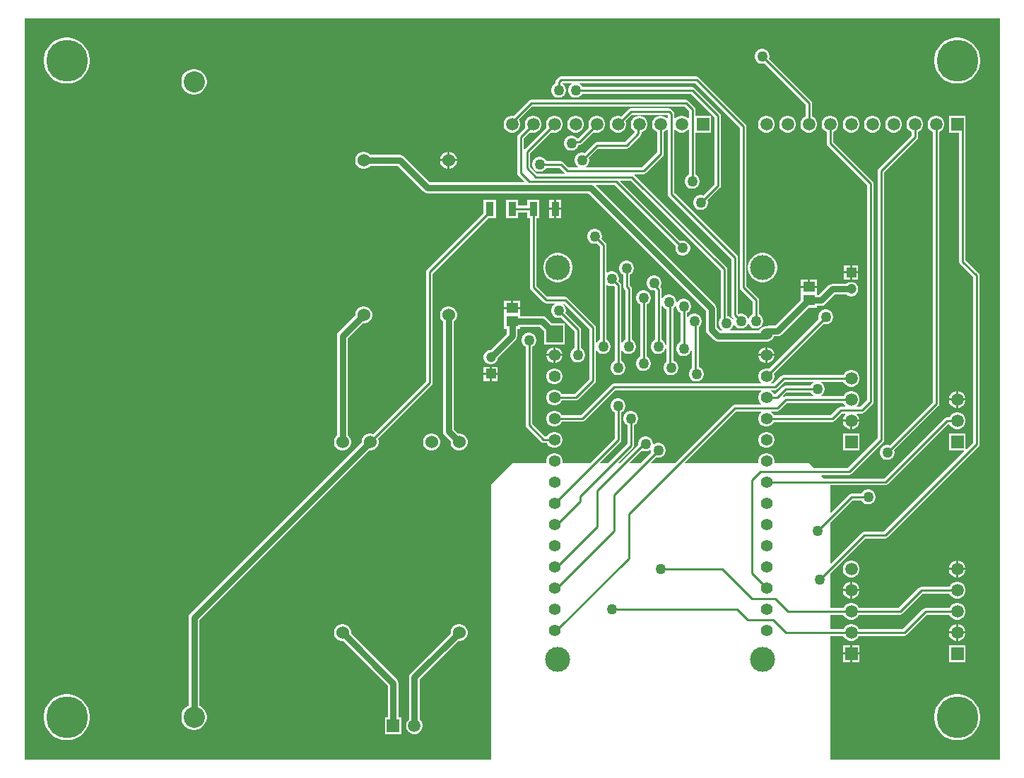
<source format=gtl>
%FSTAX23Y23*%
%MOIN*%
%SFA1B1*%

%IPPOS*%
%ADD13C,0.010000*%
%ADD14R,0.057090X0.051180*%
%ADD15R,0.037640X0.065280*%
%ADD20R,0.047240X0.047240*%
%ADD21C,0.047240*%
%ADD29C,0.030000*%
%ADD30R,0.078740X0.078740*%
%ADD31C,0.055000*%
%ADD32C,0.118110*%
%ADD33C,0.059060*%
%ADD34R,0.059060X0.059060*%
%ADD35R,0.059060X0.059060*%
%ADD36C,0.100000*%
%ADD37C,0.060000*%
%ADD38C,0.050000*%
%ADD39C,0.196850*%
%LNpcb1-1*%
%LPD*%
G36*
X05521Y03579D02*
X05518Y03578D01*
X05511Y03571*
X05508Y03565*
X0539*
X05384Y03564*
X05379Y0356*
X05343Y03525*
X05334*
X0533Y03533*
X05323Y03539*
X05323Y03541*
X05324Y03544*
X0534*
X05345Y03545*
X0535Y03549*
X05386Y03584*
X0552*
X05521Y03579*
G37*
G36*
X05511Y03528D02*
X05518Y03521D01*
X05521Y0352*
X0552Y03515*
X0539*
X05384Y03514*
X0538Y03511*
X05376Y03515*
X05396Y03534*
X05508*
X05511Y03528*
G37*
G36*
X05668Y03475D02*
X05673Y0347D01*
X05671Y03465*
X0565*
X05644Y03464*
X05639Y0346*
X05603Y03425*
X05334*
X0533Y03433*
X05323Y03439*
X05323Y03441*
X05324Y03444*
X0535*
X05355Y03445*
X0536Y03449*
X05396Y03484*
X05663*
X05668Y03475*
G37*
G36*
X04754Y03259D02*
X04755Y03258D01*
Y03255*
X04756Y03248*
X04708Y032*
X04658*
X04656Y03204*
X04711Y0326*
X04716Y03257*
X04725Y03255*
X04734*
X04743Y03257*
X0475Y03261*
X04754Y03259*
G37*
G36*
X064Y018D02*
X056D01*
Y02384*
X05663*
X05668Y02375*
X05675Y02368*
X05684Y02363*
X05694Y0236*
X05705*
X05715Y02363*
X05724Y02368*
X05731Y02375*
X05736Y02384*
X0595*
X05955Y02385*
X0596Y02389*
X06056Y02484*
X06163*
X06168Y02475*
X06175Y02468*
X06184Y02463*
X06194Y0246*
X06205*
X06215Y02463*
X06224Y02468*
X06231Y02475*
X06236Y02484*
X06239Y02494*
Y02505*
X06236Y02515*
X06231Y02524*
X06224Y02531*
X06215Y02536*
X06205Y02539*
X06194*
X06184Y02536*
X06175Y02531*
X06168Y02524*
X06163Y02515*
X0605*
X06044Y02514*
X06039Y0251*
X05943Y02415*
X05736*
X05731Y02424*
X05724Y02431*
X05715Y02436*
X05705Y02439*
X05694*
X05684Y02436*
X05675Y02431*
X05668Y02424*
X05663Y02415*
X056*
Y02484*
X05663*
X05668Y02475*
X05675Y02468*
X05684Y02463*
X05694Y0246*
X05705*
X05715Y02463*
X05724Y02468*
X05731Y02475*
X05736Y02484*
X0593*
X05935Y02485*
X0594Y02489*
X06036Y02584*
X06163*
X06168Y02575*
X06175Y02568*
X06184Y02563*
X06194Y0256*
X06205*
X06215Y02563*
X06224Y02568*
X06231Y02575*
X06236Y02584*
X06239Y02594*
Y02605*
X06236Y02615*
X06231Y02624*
X06224Y02631*
X06215Y02636*
X06205Y02639*
X06194*
X06184Y02636*
X06175Y02631*
X06168Y02624*
X06163Y02615*
X0603*
X06024Y02614*
X06019Y0261*
X05923Y02515*
X05736*
X05731Y02524*
X05724Y02531*
X05715Y02536*
X05705Y02539*
X05694*
X05684Y02536*
X05675Y02531*
X05668Y02524*
X05663Y02515*
X056*
Y02678*
X05766Y02844*
X0586*
X05865Y02845*
X0587Y02849*
X063Y03279*
X06304Y03284*
X06305Y0329*
Y04085*
X06304Y0409*
X063Y04095*
X06239Y04156*
Y04805*
X06239Y04806*
Y04839*
X0616*
Y0476*
X06209*
Y0415*
X0621Y04144*
X06213Y04139*
X06274Y04078*
Y03296*
X06244Y03265*
X06239Y03267*
Y03339*
X0616*
Y0326*
X06232*
X06234Y03255*
X05853Y02875*
X0576*
X05754Y02874*
X05749Y0287*
X05604Y02726*
X056Y02728*
Y02918*
X05706Y03024*
X05748*
X05751Y03018*
X05758Y03011*
X05766Y03007*
X05775Y03005*
X05784*
X05793Y03007*
X05801Y03011*
X05808Y03018*
X05812Y03026*
X05815Y03035*
Y03044*
X05812Y03053*
X05808Y03061*
X05801Y03068*
X05793Y03072*
X05784Y03075*
X05775*
X05766Y03072*
X05758Y03068*
X05751Y03061*
X05748Y03055*
X057*
X05694Y03054*
X05689Y0305*
X05604Y02966*
X056Y02968*
Y03095*
X0586*
X05866Y03096*
X05871Y031*
X06156Y03384*
X06163*
X06168Y03375*
X06175Y03368*
X06184Y03363*
X06194Y0336*
X06205*
X06215Y03363*
X06224Y03368*
X06231Y03375*
X06236Y03384*
X06239Y03394*
Y03405*
X06236Y03415*
X06231Y03424*
X06224Y03431*
X06215Y03436*
X06205Y03439*
X06194*
X06184Y03436*
X06175Y03431*
X06168Y03424*
X06163Y03415*
X0615*
X06144Y03414*
X06139Y0341*
X05854Y03126*
X05573*
X05559Y0314*
X05561Y03144*
X0569*
X05695Y03145*
X057Y03149*
X0585Y03299*
X05854Y03304*
X05855Y0331*
Y04573*
X0601Y04729*
X06014Y04734*
X06015Y0474*
Y04763*
X06024Y04768*
X06031Y04775*
X06036Y04784*
X06039Y04794*
Y04805*
X06036Y04815*
X06031Y04824*
X06024Y04831*
X06015Y04836*
X06005Y04839*
X05994*
X05984Y04836*
X05975Y04831*
X05968Y04824*
X05963Y04815*
X0596Y04805*
Y04794*
X05963Y04784*
X05968Y04775*
X05975Y04768*
X05984Y04763*
Y04746*
X05829Y0459*
X05825Y04585*
X05824Y0458*
Y03316*
X05683Y03175*
X05524*
X055Y032*
X0534*
X05337Y03203*
X05337Y03205*
Y03214*
X05334Y03224*
X0533Y03233*
X05323Y0324*
X05314Y03244*
X05304Y03247*
X05295*
X05285Y03244*
X05276Y0324*
X05269Y03233*
X05265Y03224*
X05262Y03214*
Y03205*
X05262Y03203*
X05259Y032*
X04918*
X04916Y03204*
X05156Y03444*
X05275*
X05276Y03441*
X05276Y03439*
X05269Y03433*
X05265Y03424*
X05262Y03414*
Y03405*
X05265Y03395*
X05269Y03386*
X05276Y03379*
X05285Y03375*
X05295Y03372*
X05304*
X05314Y03375*
X05323Y03379*
X0533Y03386*
X05334Y03394*
X0561*
X05615Y03395*
X0562Y03399*
X05656Y03434*
X05671*
X05673Y03429*
X05668Y03424*
X05663Y03415*
X0566Y03405*
Y03405*
X057*
X05739*
Y03405*
X05736Y03415*
X05731Y03424*
X05726Y03429*
X05728Y03434*
X0575*
X05755Y03435*
X0576Y03439*
X058Y03479*
X05804Y03484*
X05805Y0349*
Y0452*
X05804Y04525*
X058Y0453*
X05615Y04716*
Y04763*
X05624Y04768*
X05631Y04775*
X05636Y04784*
X05639Y04794*
Y04805*
X05636Y04815*
X05631Y04824*
X05624Y04831*
X05615Y04836*
X05605Y04839*
X05594*
X05584Y04836*
X05575Y04831*
X05568Y04824*
X05563Y04815*
X0556Y04805*
Y04794*
X05563Y04784*
X05568Y04775*
X05575Y04768*
X05584Y04763*
Y0471*
X05585Y04704*
X05589Y04699*
X05774Y04513*
Y03496*
X05743Y03465*
X05728*
X05726Y0347*
X05731Y03475*
X05736Y03484*
X05739Y03494*
Y03505*
X05736Y03515*
X05731Y03524*
X05724Y03531*
X05715Y03536*
X05705Y03539*
X05694*
X05684Y03536*
X05675Y03531*
X05668Y03524*
X05663Y03515*
X05559*
X05558Y0352*
X05561Y03521*
X05568Y03528*
X05572Y03536*
X05575Y03545*
Y03554*
X05572Y03563*
X05568Y03571*
X05561Y03578*
X05558Y03579*
X05559Y03584*
X05663*
X05668Y03575*
X05675Y03568*
X05684Y03563*
X05694Y0356*
X05705*
X05715Y03563*
X05724Y03568*
X05731Y03575*
X05736Y03584*
X05739Y03594*
Y03605*
X05736Y03615*
X05731Y03624*
X05724Y03631*
X05715Y03636*
X05705Y03639*
X05694*
X05684Y03636*
X05675Y03631*
X05668Y03624*
X05663Y03615*
X0538*
X05374Y03614*
X05369Y0361*
X05333Y03575*
X05324*
X05323Y03578*
X05323Y0358*
X0533Y03586*
X05334Y03595*
X05337Y03605*
Y03614*
X05335Y03623*
X05568Y03856*
X05575Y03855*
X05584*
X05593Y03857*
X05601Y03861*
X05608Y03868*
X05612Y03876*
X05615Y03885*
Y03894*
X05612Y03903*
X05608Y03911*
X05601Y03918*
X05593Y03922*
X05584Y03925*
X05575*
X05566Y03922*
X05558Y03918*
X05551Y03911*
X05547Y03903*
X05545Y03894*
Y03885*
X05546Y03878*
X05313Y03645*
X05304Y03647*
X05295*
X05285Y03644*
X05276Y0364*
X05269Y03633*
X05265Y03624*
X05262Y03614*
Y03605*
X05265Y03595*
X05269Y03586*
X05276Y0358*
X05276Y03578*
X05275Y03575*
X0458*
X04574Y03574*
X04569Y0357*
X04424Y03426*
X04333*
X0433Y03433*
X04323Y0344*
X04314Y03444*
X04304Y03447*
X04295*
X04285Y03444*
X04276Y0344*
X04269Y03433*
X04265Y03424*
X04262Y03414*
Y03405*
X04265Y03395*
X04269Y03386*
X04276Y03379*
X04285Y03375*
X04295Y03372*
X04304*
X04314Y03375*
X04323Y03379*
X0433Y03386*
X04334Y03395*
X04334*
X0443*
X04436Y03396*
X04441Y034*
X04586Y03544*
X05275*
X05276Y03541*
X05276Y03539*
X05269Y03533*
X05265Y03524*
X05262Y03514*
Y03505*
X05265Y03495*
X05269Y03486*
X05276Y0348*
X05276Y03478*
X05275Y03475*
X0515*
X05144Y03474*
X05139Y0347*
X04868Y032*
X04758*
X04756Y03204*
X04778Y03226*
X04785Y03225*
X04794*
X04803Y03227*
X04811Y03231*
X04818Y03238*
X04822Y03246*
X04825Y03255*
Y03264*
X04822Y03273*
X04818Y03281*
X04811Y03288*
X04803Y03292*
X04794Y03295*
X04785*
X04776Y03292*
X0477Y03288*
X04765Y0329*
X04765Y03291*
Y03294*
X04762Y03303*
X04758Y03311*
X04751Y03318*
X04743Y03322*
X04734Y03325*
X04725*
X04716Y03322*
X04708Y03318*
X04701Y03311*
X04697Y03303*
X04695Y03294*
Y03286*
X04608Y032*
X04603*
X04601Y03204*
X0467Y03273*
X04674Y03278*
X04675Y03284*
Y03378*
X04681Y03381*
X04688Y03388*
X04692Y03396*
X04695Y03405*
Y03414*
X04692Y03423*
X04688Y03431*
X04681Y03438*
X04673Y03442*
X04664Y03445*
X04655*
X04646Y03442*
X04638Y03438*
X04631Y03431*
X04627Y03423*
X04625Y03414*
Y03405*
X04627Y03396*
X04631Y03388*
X04638Y03381*
X04644Y03378*
Y0329*
X04553Y032*
X04517*
X04515Y03204*
X0461Y033*
X04614Y03304*
X04615Y0331*
Y03438*
X04621Y03441*
X04628Y03448*
X04632Y03456*
X04635Y03465*
Y03474*
X04632Y03483*
X04628Y03491*
X04621Y03498*
X04613Y03502*
X04604Y03505*
X04595*
X04586Y03502*
X04578Y03498*
X04571Y03491*
X04567Y03483*
X04565Y03474*
Y03465*
X04567Y03456*
X04571Y03448*
X04578Y03441*
X04584Y03438*
Y03317*
X04467Y032*
X0434*
X04337Y03203*
X04337Y03205*
Y03214*
X04334Y03224*
X0433Y03233*
X04323Y0324*
X04314Y03244*
X04304Y03247*
X04295*
X04285Y03244*
X04276Y0324*
X04269Y03233*
X04265Y03224*
X04262Y03214*
Y03205*
X04262Y03203*
X04259Y032*
X041*
X04Y031*
Y018*
X018*
Y053*
X064*
Y018*
G37*
%LNpcb1-2*%
%LPC*%
G36*
X06208Y05208D02*
X06191D01*
X06174Y05205*
X06158Y052*
X06143Y05192*
X06129Y05182*
X06117Y0517*
X06107Y05156*
X06099Y05141*
X06094Y05125*
X06091Y05108*
Y05091*
X06094Y05074*
X06099Y05058*
X06107Y05043*
X06117Y05029*
X06129Y05017*
X06143Y05007*
X06158Y04999*
X06174Y04994*
X06191Y04991*
X06208*
X06225Y04994*
X06241Y04999*
X06256Y05007*
X0627Y05017*
X06282Y05029*
X06292Y05043*
X063Y05058*
X06305Y05074*
X06308Y05091*
Y05108*
X06305Y05125*
X063Y05141*
X06292Y05156*
X06282Y0517*
X0627Y05182*
X06256Y05192*
X06241Y052*
X06225Y05205*
X06208Y05208*
G37*
G36*
X02008D02*
X01991D01*
X01974Y05205*
X01958Y052*
X01943Y05192*
X01929Y05182*
X01917Y0517*
X01907Y05156*
X01899Y05141*
X01894Y05125*
X01891Y05108*
Y05091*
X01894Y05074*
X01899Y05058*
X01907Y05043*
X01917Y05029*
X01929Y05017*
X01943Y05007*
X01958Y04999*
X01974Y04994*
X01991Y04991*
X02008*
X02025Y04994*
X02041Y04999*
X02056Y05007*
X0207Y05017*
X02082Y05029*
X02092Y05043*
X021Y05058*
X02105Y05074*
X02108Y05091*
Y05108*
X02105Y05125*
X021Y05141*
X02092Y05156*
X02082Y0517*
X0207Y05182*
X02056Y05192*
X02041Y052*
X02025Y05205*
X02008Y05208*
G37*
G36*
X02605Y0506D02*
X02594D01*
X02582Y05057*
X02571Y05053*
X02561Y05046*
X02553Y05038*
X02546Y05028*
X02542Y05017*
X0254Y05005*
Y04994*
X02542Y04982*
X02546Y04971*
X02553Y04961*
X02561Y04953*
X02571Y04946*
X02582Y04942*
X02594Y0494*
X02605*
X02617Y04942*
X02628Y04946*
X02638Y04953*
X02646Y04961*
X02653Y04971*
X02657Y04982*
X0266Y04994*
Y05005*
X02657Y05017*
X02653Y05028*
X02646Y05038*
X02638Y05046*
X02628Y05053*
X02617Y05057*
X02605Y0506*
G37*
G36*
X05905Y04839D02*
X05894D01*
X05884Y04836*
X05875Y04831*
X05868Y04824*
X05863Y04815*
X0586Y04805*
Y04794*
X05863Y04784*
X05868Y04775*
X05875Y04768*
X05884Y04763*
X05894Y0476*
X05905*
X05915Y04763*
X05924Y04768*
X05931Y04775*
X05936Y04784*
X05939Y04794*
Y04805*
X05936Y04815*
X05931Y04824*
X05924Y04831*
X05915Y04836*
X05905Y04839*
G37*
G36*
X05805D02*
X05794D01*
X05784Y04836*
X05775Y04831*
X05768Y04824*
X05763Y04815*
X0576Y04805*
Y04794*
X05763Y04784*
X05768Y04775*
X05775Y04768*
X05784Y04763*
X05794Y0476*
X05805*
X05815Y04763*
X05824Y04768*
X05831Y04775*
X05836Y04784*
X05839Y04794*
Y04805*
X05836Y04815*
X05831Y04824*
X05824Y04831*
X05815Y04836*
X05805Y04839*
G37*
G36*
X05705D02*
X05694D01*
X05684Y04836*
X05675Y04831*
X05668Y04824*
X05663Y04815*
X0566Y04805*
Y04794*
X05663Y04784*
X05668Y04775*
X05675Y04768*
X05684Y04763*
X05694Y0476*
X05705*
X05715Y04763*
X05724Y04768*
X05731Y04775*
X05736Y04784*
X05739Y04794*
Y04805*
X05736Y04815*
X05731Y04824*
X05724Y04831*
X05715Y04836*
X05705Y04839*
G37*
G36*
X05284Y05155D02*
X05275D01*
X05266Y05152*
X05258Y05148*
X05251Y05141*
X05247Y05133*
X05245Y05124*
Y05115*
X05247Y05106*
X05251Y05098*
X05258Y05091*
X05266Y05087*
X05275Y05085*
X05284*
X05291Y05086*
X05484Y04893*
Y04836*
X05475Y04831*
X05468Y04824*
X05463Y04815*
X0546Y04805*
Y04794*
X05463Y04784*
X05468Y04775*
X05475Y04768*
X05484Y04763*
X05494Y0476*
X05505*
X05515Y04763*
X05524Y04768*
X05531Y04775*
X05536Y04784*
X05539Y04794*
Y04805*
X05536Y04815*
X05531Y04824*
X05524Y04831*
X05515Y04836*
Y049*
X05514Y04905*
X0551Y0491*
X05313Y05108*
X05315Y05115*
Y05124*
X05312Y05133*
X05308Y05141*
X05301Y05148*
X05293Y05152*
X05284Y05155*
G37*
G36*
X05405Y04839D02*
X05394D01*
X05384Y04836*
X05375Y04831*
X05368Y04824*
X05363Y04815*
X0536Y04805*
Y04794*
X05363Y04784*
X05368Y04775*
X05375Y04768*
X05384Y04763*
X05394Y0476*
X05405*
X05415Y04763*
X05424Y04768*
X05431Y04775*
X05436Y04784*
X05439Y04794*
Y04805*
X05436Y04815*
X05431Y04824*
X05424Y04831*
X05415Y04836*
X05405Y04839*
G37*
G36*
X05305D02*
X05294D01*
X05284Y04836*
X05275Y04831*
X05268Y04824*
X05263Y04815*
X0526Y04805*
Y04794*
X05263Y04784*
X05268Y04775*
X05275Y04768*
X05284Y04763*
X05294Y0476*
X05305*
X05315Y04763*
X05324Y04768*
X05331Y04775*
X05336Y04784*
X05339Y04794*
Y04805*
X05336Y04815*
X05331Y04824*
X05324Y04831*
X05315Y04836*
X05305Y04839*
G37*
G36*
X04505D02*
X04494D01*
X04484Y04836*
X04475Y04831*
X04468Y04824*
X04463Y04815*
X0446Y04805*
Y04794*
X04463Y04784*
X04411Y04732*
X04406*
X04401Y04738*
X04393Y04742*
X04384Y04745*
X04375*
X04366Y04742*
X04358Y04738*
X04351Y04731*
X04347Y04723*
X04345Y04714*
Y04705*
X04347Y04696*
X04351Y04688*
X04358Y04681*
X04366Y04677*
X04375Y04675*
X04384*
X04393Y04677*
X04401Y04681*
X04408Y04688*
X04412Y04696*
X04414Y04702*
X04417*
X04423Y04703*
X04428Y04706*
X04484Y04763*
X04494Y0476*
X04505*
X04515Y04763*
X04524Y04768*
X04531Y04775*
X04536Y04784*
X04539Y04794*
Y04805*
X04536Y04815*
X04531Y04824*
X04524Y04831*
X04515Y04836*
X04505Y04839*
G37*
G36*
X04405D02*
X04394D01*
X04384Y04836*
X04375Y04831*
X04368Y04824*
X04363Y04815*
X0436Y04805*
Y04794*
X04363Y04784*
X04368Y04775*
X04375Y04768*
X04384Y04763*
X04394Y0476*
X04405*
X04415Y04763*
X04424Y04768*
X04431Y04775*
X04436Y04784*
X04439Y04794*
Y04805*
X04436Y04815*
X04431Y04824*
X04424Y04831*
X04415Y04836*
X04405Y04839*
G37*
G36*
X03805Y0467D02*
X03805D01*
Y04635*
X0384*
Y04635*
X03837Y04645*
X03832Y04654*
X03824Y04662*
X03815Y04667*
X03805Y0467*
G37*
G36*
X03795D02*
X03794D01*
X03784Y04667*
X03775Y04662*
X03767Y04654*
X03762Y04645*
X0376Y04635*
Y04635*
X03795*
Y0467*
G37*
G36*
X0384Y04625D02*
X03805D01*
Y0459*
X03805*
X03815Y04592*
X03824Y04597*
X03832Y04605*
X03837Y04614*
X0384Y04624*
Y04625*
G37*
G36*
X03795D02*
X0376D01*
Y04624*
X03762Y04614*
X03767Y04605*
X03775Y04597*
X03784Y04592*
X03794Y0459*
X03795*
Y04625*
G37*
G36*
X0497Y05025D02*
X0433D01*
X04324Y05024*
X04319Y0502*
X04309Y0501*
X04305Y05005*
X04304Y05*
Y04991*
X04298Y04988*
X04291Y04981*
X04287Y04973*
X04285Y04964*
Y04955*
X04287Y04946*
X04291Y04938*
X04298Y04931*
X04306Y04927*
X04315Y04925*
X04324*
X04333Y04927*
X04341Y04931*
X04348Y04938*
X04352Y04946*
X04355Y04955*
Y04964*
X04352Y04973*
X04348Y04981*
X04341Y04988*
X04338Y04989*
X04339Y04994*
X0438*
X04381Y04989*
X04378Y04988*
X04371Y04981*
X04367Y04973*
X04365Y04964*
Y04955*
X04367Y04946*
X04371Y04938*
X04378Y04931*
X04386Y04927*
X04395Y04925*
X04404*
X04413Y04927*
X04421Y04931*
X04428Y04938*
X04431Y04944*
X04943*
X05054Y04833*
Y04516*
X05001Y04463*
X04994Y04465*
X04985*
X04976Y04462*
X04968Y04458*
X04961Y04451*
X04957Y04443*
X04955Y04434*
Y04425*
X04957Y04416*
X04961Y04408*
X04968Y04401*
X04976Y04397*
X04985Y04395*
X04994*
X05003Y04397*
X05011Y04401*
X05018Y04408*
X05022Y04416*
X05025Y04425*
Y04434*
X05023Y04441*
X0508Y04499*
X05084Y04504*
X05085Y0451*
Y0484*
X05084Y04845*
X0508Y0485*
X0496Y0497*
X04955Y04974*
X0495Y04975*
X04431*
X04428Y04981*
X04421Y04988*
X04418Y04989*
X04419Y04994*
X04963*
X05174Y04783*
Y0403*
X05175Y04024*
X05179Y04019*
X05234Y03963*
Y03901*
X05228Y03898*
X05221Y03891*
X05217Y03883*
X05215Y03883*
X05212Y03883*
X05208Y03891*
X05201Y03898*
X05193Y03902*
X05184Y03905*
X05175*
X05169Y03903*
X05165Y03906*
Y0417*
X05164Y04176*
X0516Y04181*
X04865Y04476*
Y04771*
X0487Y04773*
X04875Y04768*
X04884Y04763*
X04894Y0476*
X04905*
X04915Y04763*
X04924Y04768*
X04929Y04773*
X04934Y04771*
Y04561*
X04928Y04558*
X04921Y04551*
X04917Y04543*
X04915Y04534*
Y04525*
X04917Y04516*
X04921Y04508*
X04928Y04501*
X04936Y04497*
X04945Y04495*
X04954*
X04963Y04497*
X04971Y04501*
X04978Y04508*
X04982Y04516*
X04985Y04525*
Y04534*
X04982Y04543*
X04978Y04551*
X04971Y04558*
X04965Y04561*
Y0476*
X05039*
Y04839*
X04965*
Y0487*
X04964Y04875*
X0496Y0488*
X0493Y0491*
X04925Y04914*
X0492Y04915*
X0419*
X04184Y04914*
X04179Y0491*
X04107Y04838*
X04105Y04839*
X04094*
X04084Y04836*
X04075Y04831*
X04068Y04824*
X04063Y04815*
X0406Y04805*
Y04794*
X04063Y04784*
X04068Y04775*
X04075Y04768*
X04084Y04763*
X04094Y0476*
X04105*
X04115Y04763*
X04124Y04768*
X04131Y04775*
X04136Y04784*
X04139Y04794*
Y04805*
X04136Y04815*
X04133Y04821*
X04196Y04884*
X04913*
X04934Y04863*
Y04828*
X04929Y04826*
X04924Y04831*
X04915Y04836*
X04905Y04839*
X04894*
X04884Y04836*
X04875Y04831*
X0487Y04826*
X04865Y04828*
Y0485*
X04864Y04855*
X0486Y0486*
X0485Y0487*
X04845Y04874*
X0484Y04875*
X0466*
X04654Y04874*
X04649Y0487*
X04615Y04836*
X04605Y04839*
X04594*
X04584Y04836*
X04575Y04831*
X04568Y04824*
X04563Y04815*
X0456Y04805*
Y04794*
X04563Y04784*
X04568Y04775*
X04575Y04768*
X04584Y04763*
X04594Y0476*
X04605*
X04615Y04763*
X04624Y04768*
X04631Y04775*
X04636Y04784*
X04639Y04794*
Y04805*
X04636Y04815*
X04666Y04844*
X04833*
X04834Y04843*
Y04828*
X04829Y04826*
X04824Y04831*
X04815Y04836*
X04805Y04839*
X04794*
X04784Y04836*
X04775Y04831*
X04768Y04824*
X04763Y04815*
X0476Y04805*
Y04794*
X04763Y04784*
X04768Y04775*
X04775Y04768*
X04784Y04763*
Y04666*
X04713Y04595*
X04449*
X04448Y046*
X04451Y04601*
X04458Y04608*
X04462Y04616*
X04465Y04625*
Y04634*
X04463Y04641*
X04506Y04684*
X0464*
X04645Y04685*
X0465Y04689*
X04706Y04744*
X04709Y04749*
X0471Y04755*
Y04761*
X04715Y04763*
X04724Y04768*
X04731Y04775*
X04736Y04784*
X04739Y04794*
Y04805*
X04736Y04815*
X04731Y04824*
X04724Y04831*
X04715Y04836*
X04705Y04839*
X04694*
X04684Y04836*
X04675Y04831*
X04668Y04824*
X04663Y04815*
X0466Y04805*
Y04794*
X04663Y04784*
X04668Y04775*
X04675Y04768*
X04679Y04766*
X04679Y04761*
X04633Y04715*
X045*
X04494Y04714*
X04489Y0471*
X04441Y04663*
X04434Y04665*
X04425*
X04416Y04662*
X04408Y04658*
X04401Y04651*
X04397Y04643*
X04395Y04634*
Y04625*
X04397Y04616*
X04401Y04608*
X04408Y04601*
X04411Y046*
X0441Y04595*
X04366*
X0434Y0462*
X04335Y04624*
X0433Y04625*
X04261*
X04258Y04631*
X04251Y04638*
X04243Y04642*
X04234Y04645*
X04225*
X04216Y04642*
X04208Y04638*
X04201Y04631*
X04197Y04623*
X04195Y04614*
Y04605*
X04197Y04596*
X04201Y04588*
X04208Y04581*
X04216Y04577*
X04225Y04575*
X04234*
X04243Y04577*
X04251Y04581*
X04258Y04588*
X04261Y04594*
X04323*
X04348Y0457*
X04346Y04565*
X04346Y04565*
X04218*
X04185Y04598*
Y04663*
X04284Y04763*
X04294Y0476*
X04305*
X04315Y04763*
X04324Y04768*
X04331Y04775*
X04336Y04784*
X04339Y04794*
Y04805*
X04336Y04815*
X04331Y04824*
X04324Y04831*
X04315Y04836*
X04305Y04839*
X04294*
X04284Y04836*
X04275Y04831*
X04268Y04824*
X04263Y04815*
X0426Y04805*
Y04794*
X04263Y04784*
X0416Y04681*
X04155Y04683*
X04155Y04683*
Y04733*
X04184Y04763*
X04194Y0476*
X04205*
X04215Y04763*
X04224Y04768*
X04231Y04775*
X04236Y04784*
X04239Y04794*
Y04805*
X04236Y04815*
X04231Y04824*
X04224Y04831*
X04215Y04836*
X04205Y04839*
X04194*
X04184Y04836*
X04175Y04831*
X04168Y04824*
X04163Y04815*
X0416Y04805*
Y04794*
X04163Y04784*
X04129Y0475*
X04125Y04745*
X04124Y0474*
Y0457*
X04125Y04564*
X04129Y04559*
X04158Y0453*
X04156Y04525*
X0371*
X03588Y04648*
X03579Y04653*
X0357Y04655*
X03431*
X03424Y04662*
X03415Y04667*
X03405Y0467*
X03394*
X03384Y04667*
X03375Y04662*
X03367Y04654*
X03362Y04645*
X0336Y04635*
Y04624*
X03362Y04614*
X03367Y04605*
X03375Y04597*
X03384Y04592*
X03394Y0459*
X03405*
X03415Y04592*
X03424Y04597*
X03431Y04604*
X03559*
X03681Y04481*
X0369Y04476*
X037Y04474*
X04459*
X05014Y03919*
Y0383*
X05016Y0382*
X05021Y03811*
X05051Y03781*
X0506Y03776*
X0507Y03774*
X05287*
X05295Y03772*
X05304*
X05314Y03775*
X05323Y03779*
X0533Y03786*
X05334Y03795*
X05335Y03798*
X05352*
X05362Y038*
X0537Y03805*
X05497Y03932*
X05538*
Y03943*
X05557*
X05567Y03944*
X05575Y0395*
X0562Y03995*
X05677*
X05679Y03994*
X05687Y03989*
X05695Y03987*
X05704*
X05712Y03989*
X0572Y03994*
X05726Y04*
X05731Y04008*
X05733Y04016*
Y04025*
X05731Y04034*
X05726Y04041*
X0572Y04048*
X05712Y04052*
X05704Y04054*
X05695*
X05687Y04052*
X05679Y04048*
X05677Y04046*
X0561*
X056Y04044*
X05592Y04039*
X05546Y03993*
X05538*
Y04026*
X05461*
Y03995*
Y03968*
X05341Y03849*
X05313*
X05303Y03847*
X05303Y03847*
X05295*
X05285Y03844*
X05276Y0384*
X05269Y03833*
X05265Y03825*
X05131*
X05129Y0383*
X05131Y03831*
X05138Y03838*
X05142Y03846*
X05144Y03851*
X05149Y03852*
X05151Y03848*
X05158Y03841*
X05166Y03837*
X05175Y03835*
X05184*
X05193Y03837*
X05201Y03841*
X05208Y03848*
X05212Y03856*
X05215Y03856*
X05217Y03856*
X05221Y03848*
X05228Y03841*
X05236Y03837*
X05245Y03835*
X05254*
X05263Y03837*
X05271Y03841*
X05278Y03848*
X05282Y03856*
X05285Y03865*
Y03874*
X05282Y03883*
X05278Y03891*
X05271Y03898*
X05265Y03901*
Y0397*
X05264Y03975*
X0526Y0398*
X05205Y04036*
Y0479*
X05204Y04795*
X052Y048*
X0498Y0502*
X04975Y05024*
X0497Y05025*
G37*
G36*
X04228Y04442D02*
X04171D01*
Y04415*
X04128*
Y04442*
X04071*
Y04357*
X04128*
Y04384*
X04171*
Y04357*
X04184*
Y0403*
X04185Y04024*
X04189Y04019*
X04249Y03959*
X04254Y03955*
X0426Y03954*
X043*
X04301Y03949*
X04298Y03948*
X04291Y03941*
X04287Y03933*
X04285Y03924*
Y03915*
X04287Y03906*
X04291Y03898*
X04298Y03891*
X04306Y03887*
X04315Y03885*
X04324*
X04331Y03886*
X04394Y03823*
Y03741*
X04388Y03738*
X04381Y03731*
X04377Y03723*
X04375Y03714*
Y03705*
X04377Y03696*
X04381Y03688*
X04388Y03681*
X04396Y03677*
X04405Y03675*
X04414*
X04423Y03677*
X04431Y03681*
X04438Y03688*
X04442Y03696*
X04445Y03705*
Y03714*
X04442Y03723*
X04438Y03731*
X04431Y03738*
X04425Y03741*
Y0383*
X04424Y03835*
X0442Y0384*
X04353Y03908*
X04355Y03915*
Y03924*
X04352Y03933*
X04348Y03941*
X04341Y03948*
X04341Y03948*
X04342Y03953*
X04344Y03953*
X04464Y03833*
Y03596*
X04394Y03526*
X04333*
X0433Y03533*
X04323Y0354*
X04314Y03544*
X04304Y03547*
X04295*
X04285Y03544*
X04276Y0354*
X04269Y03533*
X04265Y03524*
X04262Y03514*
Y03505*
X04265Y03495*
X04269Y03486*
X04276Y03479*
X04285Y03475*
X04295Y03472*
X04304*
X04314Y03475*
X04323Y03479*
X0433Y03486*
X04334Y03495*
X04334*
X044*
X04406Y03496*
X04411Y035*
X0449Y03579*
X04494Y03584*
X04495Y0359*
Y0373*
X045Y03731*
X04501Y03728*
X04508Y03721*
X04516Y03717*
X04525Y03715*
X04534*
X04543Y03717*
X04551Y03721*
X04558Y03728*
X04562Y03736*
X04565Y03745*
Y03754*
X04562Y03763*
X04558Y03771*
X04551Y03778*
X04545Y03781*
Y04038*
X0455Y0404*
X04556Y04037*
X04565Y04035*
X04574*
X0458Y04036*
X04584Y04033*
Y03681*
X04578Y03678*
X04571Y03671*
X04567Y03663*
X04565Y03654*
Y03645*
X04567Y03636*
X04571Y03628*
X04578Y03621*
X04586Y03617*
X04595Y03615*
X04604*
X04613Y03617*
X04621Y03621*
X04628Y03628*
X04632Y03636*
X04635Y03645*
Y03654*
X04632Y03663*
X04628Y03671*
X04621Y03678*
X04615Y03681*
Y0373*
X0462Y03731*
X04621Y03728*
X04628Y03721*
X04636Y03717*
X04645Y03715*
X04654*
X04663Y03717*
X04671Y03721*
X04678Y03728*
X04682Y03736*
X04685Y03745*
Y03754*
X04682Y03763*
X04678Y03771*
X04671Y03778*
X04665Y03781*
Y04024*
X04664Y04029*
X0466Y04034*
X04655Y0404*
Y04088*
X04661Y04091*
X04668Y04098*
X04672Y04106*
X04675Y04115*
Y04124*
X04672Y04133*
X04668Y04141*
X04661Y04148*
X04653Y04152*
X04644Y04155*
X04635*
X04626Y04152*
X04618Y04148*
X04611Y04141*
X04607Y04133*
X04605Y04124*
Y04115*
X04607Y04106*
X04611Y04098*
X04618Y04091*
X04624Y04088*
Y04034*
X04625Y04028*
X04629Y04023*
X04634Y04017*
Y03781*
X04628Y03778*
X04621Y03771*
X0462Y03768*
X04615Y03769*
Y0404*
X04614Y04045*
X0461Y0405*
X04603Y04058*
X04605Y04065*
Y04074*
X04602Y04083*
X04598Y04091*
X04591Y04098*
X04583Y04102*
X04574Y04105*
X04565*
X04556Y04102*
X0455Y04099*
X04545Y04101*
Y0423*
X04544Y04235*
X0454Y0424*
X04523Y04258*
X04525Y04265*
Y04274*
X04522Y04283*
X04518Y04291*
X04511Y04298*
X04503Y04302*
X04494Y04305*
X04485*
X04476Y04302*
X04468Y04298*
X04461Y04291*
X04457Y04283*
X04455Y04274*
Y04265*
X04457Y04256*
X04461Y04248*
X04468Y04241*
X04476Y04237*
X04485Y04235*
X04494*
X04501Y04236*
X04514Y04223*
Y03781*
X04508Y03778*
X04501Y03771*
X045Y03768*
X04495Y03769*
Y0384*
X04494Y03845*
X0449Y0385*
X0436Y0398*
X04355Y03984*
X0435Y03985*
X04266*
X04215Y04036*
Y04357*
X04228*
Y04442*
G37*
G36*
X04333D02*
X04309D01*
Y04405*
X04333*
Y04442*
G37*
G36*
X04299D02*
X04275D01*
Y04405*
X04299*
Y04442*
G37*
G36*
X04333Y04395D02*
X04309D01*
Y04357*
X04333*
Y04395*
G37*
G36*
X04299D02*
X04275D01*
Y04357*
X04299*
Y04395*
G37*
G36*
X05733Y04133D02*
X05705D01*
Y04105*
X05733*
Y04133*
G37*
G36*
X05695D02*
X05666D01*
Y04105*
X05695*
Y04133*
G37*
G36*
X05733Y04095D02*
X05705D01*
Y04066*
X05733*
Y04095*
G37*
G36*
X05695D02*
X05666D01*
Y04066*
X05695*
Y04095*
G37*
G36*
X05288Y04192D02*
X05274D01*
X05261Y04189*
X05248Y04184*
X05237Y04177*
X05227Y04167*
X0522Y04156*
X05215Y04143*
X05212Y0413*
Y04116*
X05215Y04103*
X0522Y0409*
X05227Y04079*
X05237Y04069*
X05248Y04062*
X05261Y04056*
X05274Y04054*
X05288*
X05301Y04056*
X05314Y04062*
X05325Y04069*
X05335Y04079*
X05342Y0409*
X05347Y04103*
X0535Y04116*
Y0413*
X05347Y04143*
X05342Y04156*
X05335Y04167*
X05325Y04177*
X05314Y04184*
X05301Y04189*
X05288Y04192*
G37*
G36*
X04323D02*
X04309D01*
X04296Y04189*
X04283Y04184*
X04272Y04177*
X04262Y04167*
X04255Y04156*
X0425Y04143*
X04247Y0413*
Y04116*
X0425Y04103*
X04255Y0409*
X04262Y04079*
X04272Y04069*
X04283Y04062*
X04296Y04056*
X04309Y04054*
X04323*
X04336Y04056*
X04349Y04062*
X0436Y04069*
X0437Y04079*
X04377Y0409*
X04382Y04103*
X04385Y04116*
Y0413*
X04382Y04143*
X04377Y04156*
X0437Y04167*
X0436Y04177*
X04349Y04184*
X04336Y04189*
X04323Y04192*
G37*
G36*
X05538Y04067D02*
X05505D01*
Y04036*
X05538*
Y04067*
G37*
G36*
X05495D02*
X05461D01*
Y04036*
X05495*
Y04067*
G37*
G36*
X04138Y03967D02*
X04105D01*
Y03936*
X04138*
Y03967*
G37*
G36*
X04095D02*
X04061D01*
Y03936*
X04095*
Y03967*
G37*
G36*
X04138Y03926D02*
X04061D01*
Y03895*
Y03832*
X04074*
Y0381*
X03997Y03733*
X03995*
X03987Y03731*
X03979Y03726*
X03973Y0372*
X03968Y03712*
X03966Y03704*
Y03695*
X03968Y03687*
X03973Y03679*
X03979Y03673*
X03987Y03668*
X03995Y03666*
X04004*
X04012Y03668*
X0402Y03673*
X04026Y03679*
X04031Y03687*
X04033Y03695*
Y03697*
X04118Y03781*
X04123Y0379*
X04125Y038*
Y03832*
X04138*
Y03843*
X04231*
X0425Y03824*
Y0376*
X04349*
Y03859*
X04287*
X0426Y03886*
X04252Y03892*
X04242Y03893*
X04138*
Y03895*
Y03926*
G37*
G36*
X05305Y03747D02*
Y03715D01*
X05337*
X05334Y03724*
X0533Y03733*
X05323Y0374*
X05314Y03744*
X05305Y03747*
G37*
G36*
X05295D02*
X05285Y03744D01*
X05276Y0374*
X05269Y03733*
X05265Y03724*
X05262Y03715*
X05295*
Y03747*
G37*
G36*
X04305D02*
Y03715D01*
X04337*
X04334Y03724*
X0433Y03733*
X04323Y0374*
X04314Y03744*
X04305Y03747*
G37*
G36*
X04295D02*
X04285Y03744D01*
X04276Y0374*
X04269Y03733*
X04265Y03724*
X04262Y03715*
X04295*
Y03747*
G37*
G36*
X05337Y03705D02*
X05305D01*
Y03672*
X05314Y03675*
X05323Y03679*
X0533Y03686*
X05334Y03695*
X05337Y03705*
G37*
G36*
X05295D02*
X05262D01*
X05265Y03695*
X05269Y03686*
X05276Y03679*
X05285Y03675*
X05295Y03672*
Y03705*
G37*
G36*
X04337D02*
X04305D01*
Y03672*
X04314Y03675*
X04323Y03679*
X0433Y03686*
X04334Y03695*
X04337Y03705*
G37*
G36*
X04295D02*
X04262D01*
X04265Y03695*
X04269Y03686*
X04276Y03679*
X04285Y03675*
X04295Y03672*
Y03705*
G37*
G36*
X04724Y04015D02*
X04715D01*
X04706Y04012*
X04698Y04008*
X04691Y04001*
X04687Y03993*
X04685Y03984*
Y03975*
X04687Y03966*
X04691Y03958*
X04698Y03951*
X04704Y03948*
Y03701*
X04698Y03698*
X04691Y03691*
X04687Y03683*
X04685Y03674*
Y03665*
X04687Y03656*
X04691Y03648*
X04698Y03641*
X04706Y03637*
X04715Y03635*
X04724*
X04733Y03637*
X04741Y03641*
X04748Y03648*
X04752Y03656*
X04755Y03665*
Y03674*
X04752Y03683*
X04748Y03691*
X04741Y03698*
X04735Y03701*
Y03948*
X04741Y03951*
X04748Y03958*
X04752Y03966*
X04755Y03975*
Y03984*
X04752Y03993*
X04748Y04001*
X04741Y04008*
X04733Y04012*
X04724Y04015*
G37*
G36*
X04033Y03654D02*
X04005D01*
Y03626*
X04033*
Y03654*
G37*
G36*
X03995D02*
X03966D01*
Y03626*
X03995*
Y03654*
G37*
G36*
X04033Y03616D02*
X04005D01*
Y03587*
X04033*
Y03616*
G37*
G36*
X03995D02*
X03966D01*
Y03587*
X03995*
Y03616*
G37*
G36*
X04774Y04085D02*
X04765D01*
X04756Y04082*
X04748Y04078*
X04741Y04071*
X04737Y04063*
X04735Y04054*
Y04045*
X04737Y04036*
X04741Y04028*
X04748Y04021*
X04756Y04017*
X04765Y04015*
X04772*
X04774Y04012*
Y03781*
X04768Y03778*
X04761Y03771*
X04757Y03763*
X04755Y03754*
Y03745*
X04757Y03736*
X04761Y03728*
X04768Y03721*
X04776Y03717*
X04785Y03715*
X04794*
X04803Y03717*
X04811Y03721*
X04818Y03728*
X04822Y03736*
X04824Y03744*
X04829Y03743*
Y03678*
X04828Y03678*
X04821Y03671*
X04817Y03663*
X04815Y03654*
Y03645*
X04817Y03636*
X04821Y03628*
X04828Y03621*
X04836Y03617*
X04845Y03615*
X04854*
X04863Y03617*
X04871Y03621*
X04878Y03628*
X04882Y03636*
X04885Y03645*
Y03654*
X04882Y03663*
X04878Y03671*
X04871Y03678*
X04863Y03682*
X0486Y03683*
Y03931*
X04861Y03931*
X04868Y03938*
X0487Y03941*
X04875Y0394*
Y03935*
X04877Y03926*
X04881Y03918*
X04888Y03911*
X04894Y03908*
Y03771*
X04888Y03768*
X04881Y03761*
X04877Y03753*
X04875Y03744*
Y03735*
X04877Y03726*
X04881Y03718*
X04888Y03711*
X04896Y03707*
X04905Y03705*
X04914*
X04923Y03707*
X04931Y03711*
X04938Y03718*
X04942Y03726*
X04944Y03734*
X04949Y03733*
Y03648*
X04948Y03648*
X04941Y03641*
X04937Y03633*
X04935Y03624*
Y03615*
X04937Y03606*
X04941Y03598*
X04948Y03591*
X04956Y03587*
X04965Y03585*
X04974*
X04983Y03587*
X04991Y03591*
X04998Y03598*
X05002Y03606*
X05005Y03615*
Y03624*
X05002Y03633*
X04998Y03641*
X04991Y03648*
X04983Y03652*
X0498Y03653*
Y03841*
X04981Y03841*
X04988Y03848*
X04992Y03856*
X04995Y03865*
Y03874*
X04992Y03883*
X04988Y03891*
X04981Y03898*
X04973Y03902*
X04964Y03905*
X04955*
X04946Y03902*
X04938Y03898*
X04931Y03891*
X0493Y03888*
X04925Y03889*
Y03908*
X04931Y03911*
X04938Y03918*
X04942Y03926*
X04945Y03935*
Y03944*
X04942Y03953*
X04938Y03961*
X04931Y03968*
X04923Y03972*
X04914Y03975*
X04905*
X04896Y03972*
X04888Y03968*
X04881Y03961*
X0488Y03958*
X04875Y03959*
Y03964*
X04872Y03973*
X04868Y03981*
X04861Y03988*
X04853Y03992*
X04844Y03995*
X04835*
X04826Y03992*
X04818Y03988*
X04811Y03981*
X0481Y03978*
X04805Y03979*
Y04019*
X04804Y04025*
X048Y04029*
X04799Y04031*
X04802Y04036*
X04805Y04045*
Y04054*
X04802Y04063*
X04798Y04071*
X04791Y04078*
X04783Y04082*
X04774Y04085*
G37*
G36*
X04304Y03647D02*
X04295D01*
X04285Y03644*
X04276Y0364*
X04269Y03633*
X04265Y03624*
X04262Y03614*
Y03605*
X04265Y03595*
X04269Y03586*
X04276Y03579*
X04285Y03575*
X04295Y03572*
X04304*
X04314Y03575*
X04323Y03579*
X0433Y03586*
X04334Y03595*
X04337Y03605*
Y03614*
X04334Y03624*
X0433Y03633*
X04323Y0364*
X04314Y03644*
X04304Y03647*
G37*
G36*
X06205Y03539D02*
X06205D01*
Y03505*
X06239*
Y03505*
X06236Y03515*
X06231Y03524*
X06224Y03531*
X06215Y03536*
X06205Y03539*
G37*
G36*
X06195D02*
X06194D01*
X06184Y03536*
X06175Y03531*
X06168Y03524*
X06163Y03515*
X0616Y03505*
Y03505*
X06195*
Y03539*
G37*
G36*
X06239Y03495D02*
X06205D01*
Y0346*
X06205*
X06215Y03463*
X06224Y03468*
X06231Y03475*
X06236Y03484*
X06239Y03494*
Y03495*
G37*
G36*
X06195D02*
X0616D01*
Y03494*
X06163Y03484*
X06168Y03475*
X06175Y03468*
X06184Y03463*
X06194Y0346*
X06195*
Y03495*
G37*
G36*
X05739Y03395D02*
X05705D01*
Y0336*
X05705*
X05715Y03363*
X05724Y03368*
X05731Y03375*
X05736Y03384*
X05739Y03394*
Y03395*
G37*
G36*
X05695D02*
X0566D01*
Y03394*
X05663Y03384*
X05668Y03375*
X05675Y03368*
X05684Y03363*
X05694Y0336*
X05695*
Y03395*
G37*
G36*
X04024Y04442D02*
X03966D01*
Y04378*
X03699Y04112*
X03696Y04107*
X03695Y04101*
Y03587*
X03445Y03337*
X03445Y03337*
X03435Y0334*
X03424*
X03414Y03337*
X03405Y03332*
X03397Y03324*
X03392Y03315*
X0339Y03305*
Y03296*
X02581Y02488*
X02576Y02479*
X02574Y0247*
Y02054*
X02571Y02053*
X02561Y02046*
X02553Y02038*
X02546Y02028*
X02542Y02017*
X0254Y02005*
Y01994*
X02542Y01982*
X02546Y01971*
X02553Y01961*
X02561Y01953*
X02571Y01946*
X02582Y01942*
X02594Y0194*
X02605*
X02617Y01942*
X02628Y01946*
X02638Y01953*
X02646Y01961*
X02653Y01971*
X02657Y01982*
X0266Y01994*
Y02005*
X02657Y02017*
X02653Y02028*
X02646Y02038*
X02638Y02046*
X02628Y02053*
X02625Y02054*
Y02459*
X03426Y0326*
X03435*
X03445Y03262*
X03454Y03267*
X03462Y03275*
X03467Y03284*
X0347Y03294*
Y03305*
X03467Y03315*
X03467Y03315*
X03721Y03569*
X03724Y03574*
X03725Y0358*
Y04094*
X03988Y04357*
X04024*
Y04442*
G37*
G36*
X06105Y04839D02*
X06094D01*
X06084Y04836*
X06075Y04831*
X06068Y04824*
X06063Y04815*
X0606Y04805*
Y04794*
X06063Y04784*
X06068Y04775*
X06075Y04768*
X06084Y04763*
Y03486*
X05881Y03283*
X05874Y03285*
X05865*
X05856Y03282*
X05848Y03278*
X05841Y03271*
X05837Y03263*
X05835Y03254*
Y03245*
X05837Y03236*
X05841Y03228*
X05848Y03221*
X05856Y03217*
X05865Y03215*
X05874*
X05883Y03217*
X05891Y03221*
X05898Y03228*
X05902Y03236*
X05905Y03245*
Y03254*
X05903Y03261*
X0611Y03469*
X06114Y03474*
X06115Y0348*
Y04763*
X06124Y04768*
X06131Y04775*
X06136Y04784*
X06139Y04794*
Y04805*
X06136Y04815*
X06131Y04824*
X06124Y04831*
X06115Y04836*
X06105Y04839*
G37*
G36*
X05304Y03347D02*
X05295D01*
X05285Y03344*
X05276Y0334*
X05269Y03333*
X05265Y03324*
X05262Y03314*
Y03305*
X05265Y03295*
X05269Y03286*
X05276Y03279*
X05285Y03275*
X05295Y03272*
X05304*
X05314Y03275*
X05323Y03279*
X0533Y03286*
X05334Y03295*
X05337Y03305*
Y03314*
X05334Y03324*
X0533Y03333*
X05323Y0334*
X05314Y03344*
X05304Y03347*
G37*
G36*
X04184Y03815D02*
X04175D01*
X04166Y03812*
X04158Y03808*
X04151Y03801*
X04147Y03793*
X04145Y03784*
Y03775*
X04147Y03766*
X04151Y03758*
X04158Y03751*
X04164Y03748*
Y0338*
X04165Y03374*
X04169Y03369*
X04238Y033*
X04243Y03296*
X04249Y03295*
X04265*
X04265*
X04269Y03286*
X04276Y03279*
X04285Y03275*
X04295Y03272*
X04304*
X04314Y03275*
X04323Y03279*
X0433Y03286*
X04334Y03295*
X04337Y03305*
Y03314*
X04334Y03324*
X0433Y03333*
X04323Y0334*
X04314Y03344*
X04304Y03347*
X04295*
X04285Y03344*
X04276Y0334*
X04269Y03333*
X04266Y03326*
X04255*
X04195Y03386*
Y03748*
X04201Y03751*
X04208Y03758*
X04212Y03766*
X04215Y03775*
Y03784*
X04212Y03793*
X04208Y03801*
X04201Y03808*
X04193Y03812*
X04184Y03815*
G37*
G36*
X05739Y03339D02*
X0566D01*
Y0326*
X05739*
Y03339*
G37*
G36*
X03805Y0394D02*
X03794D01*
X03784Y03937*
X03775Y03932*
X03767Y03924*
X03762Y03915*
X0376Y03905*
Y03894*
X03762Y03884*
X03767Y03875*
X03774Y03868*
Y0335*
X03776Y0334*
X03781Y03331*
X0381Y03303*
Y03294*
X03812Y03284*
X03817Y03275*
X03825Y03267*
X03834Y03262*
X03844Y0326*
X03855*
X03865Y03262*
X03874Y03267*
X03882Y03275*
X03887Y03284*
X0389Y03294*
Y03305*
X03887Y03315*
X03882Y03324*
X03874Y03332*
X03865Y03337*
X03855Y0334*
X03846*
X03825Y0336*
Y03868*
X03832Y03875*
X03837Y03884*
X0384Y03894*
Y03905*
X03837Y03915*
X03832Y03924*
X03824Y03932*
X03815Y03937*
X03805Y0394*
G37*
G36*
X03725Y0334D02*
X03714D01*
X03704Y03337*
X03695Y03332*
X03687Y03324*
X03682Y03315*
X0368Y03305*
Y03294*
X03682Y03284*
X03687Y03275*
X03695Y03267*
X03704Y03262*
X03714Y0326*
X03725*
X03735Y03262*
X03744Y03267*
X03752Y03275*
X03757Y03284*
X0376Y03294*
Y03305*
X03757Y03315*
X03752Y03324*
X03744Y03332*
X03735Y03337*
X03725Y0334*
G37*
G36*
X03405Y0394D02*
X03394D01*
X03384Y03937*
X03375Y03932*
X03367Y03924*
X03362Y03915*
X0336Y03905*
Y03896*
X03281Y03818*
X03276Y03809*
X03274Y038*
Y03331*
X03267Y03324*
X03262Y03315*
X0326Y03305*
Y03294*
X03262Y03284*
X03267Y03275*
X03275Y03267*
X03284Y03262*
X03294Y0326*
X03305*
X03315Y03262*
X03324Y03267*
X03332Y03275*
X03337Y03284*
X0334Y03294*
Y03305*
X03337Y03315*
X03332Y03324*
X03325Y03331*
Y03789*
X03396Y0386*
X03405*
X03415Y03862*
X03424Y03867*
X03432Y03875*
X03437Y03884*
X0344Y03894*
Y03905*
X03437Y03915*
X03432Y03924*
X03424Y03932*
X03415Y03937*
X03405Y0394*
G37*
G36*
X06205Y02739D02*
X06205D01*
Y02705*
X06239*
Y02705*
X06236Y02715*
X06231Y02724*
X06224Y02731*
X06215Y02736*
X06205Y02739*
G37*
G36*
X06195D02*
X06194D01*
X06184Y02736*
X06175Y02731*
X06168Y02724*
X06163Y02715*
X0616Y02705*
Y02705*
X06195*
Y02739*
G37*
G36*
X06239Y02695D02*
X06205D01*
Y0266*
X06205*
X06215Y02663*
X06224Y02668*
X06231Y02675*
X06236Y02684*
X06239Y02694*
Y02695*
G37*
G36*
X06195D02*
X0616D01*
Y02694*
X06163Y02684*
X06168Y02675*
X06175Y02668*
X06184Y02663*
X06194Y0266*
X06195*
Y02695*
G37*
G36*
X05705Y02739D02*
X05694D01*
X05684Y02736*
X05675Y02731*
X05668Y02724*
X05663Y02715*
X0566Y02705*
Y02694*
X05663Y02684*
X05668Y02675*
X05675Y02668*
X05684Y02663*
X05694Y0266*
X05705*
X05715Y02663*
X05724Y02668*
X05731Y02675*
X05736Y02684*
X05739Y02694*
Y02705*
X05736Y02715*
X05731Y02724*
X05724Y02731*
X05715Y02736*
X05705Y02739*
G37*
G36*
Y02639D02*
X05705D01*
Y02605*
X05739*
Y02605*
X05736Y02615*
X05731Y02624*
X05724Y02631*
X05715Y02636*
X05705Y02639*
G37*
G36*
X05695D02*
X05694D01*
X05684Y02636*
X05675Y02631*
X05668Y02624*
X05663Y02615*
X0566Y02605*
Y02605*
X05695*
Y02639*
G37*
G36*
X05739Y02595D02*
X05705D01*
Y0256*
X05705*
X05715Y02563*
X05724Y02568*
X05731Y02575*
X05736Y02584*
X05739Y02594*
Y02595*
G37*
G36*
X05695D02*
X0566D01*
Y02594*
X05663Y02584*
X05668Y02575*
X05675Y02568*
X05684Y02563*
X05694Y0256*
X05695*
Y02595*
G37*
G36*
X06205Y02439D02*
X06205D01*
Y02405*
X06239*
Y02405*
X06236Y02415*
X06231Y02424*
X06224Y02431*
X06215Y02436*
X06205Y02439*
G37*
G36*
X06195D02*
X06194D01*
X06184Y02436*
X06175Y02431*
X06168Y02424*
X06163Y02415*
X0616Y02405*
Y02405*
X06195*
Y02439*
G37*
G36*
X06239Y02395D02*
X06205D01*
Y0236*
X06205*
X06215Y02363*
X06224Y02368*
X06231Y02375*
X06236Y02384*
X06239Y02394*
Y02395*
G37*
G36*
X06195D02*
X0616D01*
Y02394*
X06163Y02384*
X06168Y02375*
X06175Y02368*
X06184Y02363*
X06194Y0236*
X06195*
Y02395*
G37*
G36*
X05739Y02339D02*
X05705D01*
Y02305*
X05739*
Y02339*
G37*
G36*
X05695D02*
X0566D01*
Y02305*
X05695*
Y02339*
G37*
G36*
X06239D02*
X0616D01*
Y0226*
X06239*
Y02339*
G37*
G36*
X05739Y02295D02*
X05705D01*
Y0226*
X05739*
Y02295*
G37*
G36*
X05695D02*
X0566D01*
Y0226*
X05695*
Y02295*
G37*
G36*
X03855Y0244D02*
X03844D01*
X03834Y02437*
X03825Y02432*
X03817Y02424*
X03812Y02415*
X0381Y02405*
Y02396*
X03621Y02207*
X03615Y02199*
X03614Y02189*
Y0199*
X03607Y01984*
X03602Y01975*
X036Y01965*
Y01955*
X03602Y01945*
X03607Y01936*
X03615Y01928*
X03624Y01923*
X03634Y0192*
X03644*
X03654Y01923*
X03663Y01928*
X03671Y01936*
X03676Y01945*
X03679Y01955*
Y01965*
X03676Y01975*
X03671Y01984*
X03665Y0199*
Y02178*
X03846Y0236*
X03855*
X03865Y02362*
X03874Y02367*
X03882Y02375*
X03887Y02384*
X0389Y02394*
Y02405*
X03887Y02415*
X03882Y02424*
X03874Y02432*
X03865Y02437*
X03855Y0244*
G37*
G36*
X03305D02*
X03294D01*
X03284Y02437*
X03275Y02432*
X03267Y02424*
X03262Y02415*
X0326Y02405*
Y02394*
X03262Y02384*
X03267Y02375*
X03275Y02367*
X03284Y02362*
X03294Y0236*
X03303*
X03514Y02149*
Y02*
X035*
Y0192*
X03579*
Y02*
X03565*
Y0216*
X03563Y0217*
X03557Y02178*
X0334Y02396*
Y02405*
X03337Y02415*
X03332Y02424*
X03324Y02432*
X03315Y02437*
X03305Y0244*
G37*
G36*
X06208Y02108D02*
X06191D01*
X06174Y02105*
X06158Y021*
X06143Y02092*
X06129Y02082*
X06117Y0207*
X06107Y02056*
X06099Y02041*
X06094Y02025*
X06091Y02008*
Y01991*
X06094Y01974*
X06099Y01958*
X06107Y01943*
X06117Y01929*
X06129Y01917*
X06143Y01907*
X06158Y01899*
X06174Y01894*
X06191Y01891*
X06208*
X06225Y01894*
X06241Y01899*
X06256Y01907*
X0627Y01917*
X06282Y01929*
X06292Y01943*
X063Y01958*
X06305Y01974*
X06308Y01991*
Y02008*
X06305Y02025*
X063Y02041*
X06292Y02056*
X06282Y0207*
X0627Y02082*
X06256Y02092*
X06241Y021*
X06225Y02105*
X06208Y02108*
G37*
G36*
X02008D02*
X01991D01*
X01974Y02105*
X01958Y021*
X01943Y02092*
X01929Y02082*
X01917Y0207*
X01907Y02056*
X01899Y02041*
X01894Y02025*
X01891Y02008*
Y01991*
X01894Y01974*
X01899Y01958*
X01907Y01943*
X01917Y01929*
X01929Y01917*
X01943Y01907*
X01958Y01899*
X01974Y01894*
X01991Y01891*
X02008*
X02025Y01894*
X02041Y01899*
X02056Y01907*
X0207Y01917*
X02082Y01929*
X02092Y01943*
X021Y01958*
X02105Y01974*
X02108Y01991*
Y02008*
X02105Y02025*
X021Y02041*
X02092Y02056*
X02082Y0207*
X0207Y02082*
X02056Y02092*
X02041Y021*
X02025Y02105*
X02008Y02108*
G37*
%LNpcb1-3*%
%LPD*%
G36*
X05084Y0411D02*
Y03885D01*
X05085Y03883*
X05082Y03881*
X05077Y03873*
X05075Y03864*
Y03855*
X05077Y03846*
X05082Y03838*
X05088Y03831*
X0509Y0383*
X05089Y03825*
X0508*
X05065Y0384*
Y0393*
X05063Y03939*
X05058Y03948*
X04495Y0451*
X04497Y04514*
X04584*
X04872Y04226*
X0487Y04219*
Y0421*
X04872Y04201*
X04877Y04193*
X04883Y04186*
X04891Y04182*
X049Y0418*
X0491*
X04918Y04182*
X04926Y04186*
X04933Y04193*
X04938Y04201*
X0494Y0421*
Y04219*
X04938Y04228*
X04933Y04236*
X04926Y04243*
X04918Y04247*
X0491Y0425*
X049*
X04893Y04248*
X04611Y0453*
X04613Y04534*
X0466*
X05084Y0411*
G37*
G36*
X04834Y04771D02*
Y0447D01*
X04835Y04464*
X04839Y04459*
X05134Y04164*
Y039*
X05135Y03894*
X05139Y03889*
X05145Y03882*
X05144Y0388*
X05139Y03879*
X05138Y03881*
X05131Y03887*
X05123Y03892*
X05115Y03894*
Y04116*
X05114Y04122*
X0511Y04127*
X04678Y04559*
X04679Y04564*
X0468Y04564*
X0472*
X04725Y04565*
X0473Y04569*
X0481Y04649*
X04814Y04654*
X04815Y0466*
Y04763*
X04824Y04768*
X04829Y04773*
X04834Y04771*
G37*
G36*
X04811Y03938D02*
X04818Y03931D01*
X04826Y03927*
X04829Y03926*
Y03756*
X04824Y03755*
X04822Y03763*
X04818Y03771*
X04811Y03778*
X04805Y03781*
Y0394*
X0481Y03941*
X04811Y03938*
G37*
G54D13*
X0525Y0387D02*
Y0397D01*
X0519Y0403D02*
X0525Y0397D01*
X0495Y0453D02*
Y0487D01*
X0418Y0453D02*
X0459D01*
X04905Y04215*
X04666Y0455D02*
X051Y04116D01*
X05102Y03867D02*
X0511Y03859D01*
X05102Y03867D02*
Y03882D01*
X051Y03885D02*
X05102Y03882D01*
X051Y03885D02*
Y04116D01*
X0519Y0403D02*
Y0479D01*
X0497Y0501D02*
X0519Y0479D01*
X0569Y0316D02*
X0584Y0331D01*
X0527Y0316D02*
X0569D01*
X0523Y0312D02*
X0527Y0316D01*
X0586Y0311D02*
X0615Y034D01*
X062*
X053Y0311D02*
X0586D01*
X0629Y0329D02*
Y04085D01*
X0576Y0286D02*
X0586D01*
X0629Y0329*
X0555Y0265D02*
X0576Y0286D01*
X0534Y0256D02*
X054Y025D01*
X0523Y0256D02*
X0534D01*
X0509Y027D02*
X0523Y0256D01*
X048Y027D02*
X0509D01*
X05404Y025D02*
X057D01*
X054D02*
X05404D01*
X043Y0241D02*
X04309D01*
X0465Y0275D02*
Y0296D01*
X04309Y0241D02*
X0465Y0275D01*
X0431Y0261D02*
X0458Y0288D01*
X043Y0261D02*
X0431D01*
X0458Y0288D02*
Y0305D01*
X045Y029D02*
Y0307D01*
X043Y0271D02*
X0431D01*
X045Y029*
X043Y0291D02*
X0431D01*
X0442Y0302D02*
Y03044D01*
X0431Y0291D02*
X0442Y0302D01*
Y03044D02*
X0466Y03284D01*
Y0341*
X0458Y0305D02*
X0479Y0326D01*
X0472Y0367D02*
Y0398D01*
X04965Y03625D02*
X0497Y0362D01*
X04965Y03625D02*
Y03865D01*
X0496Y0387D02*
X04965Y03865D01*
X0491Y0374D02*
Y0394D01*
X04845Y03655D02*
X0485Y0365D01*
X04845Y03655D02*
Y03955D01*
X0484Y0396D02*
X04845Y03955D01*
X0479Y0375D02*
Y04019D01*
X0477Y04039D02*
Y0405D01*
Y04039D02*
X0479Y04019D01*
X0464Y04034D02*
Y0412D01*
Y04034D02*
X0465Y04024D01*
Y0375D02*
Y04024D01*
X046Y0365D02*
Y0404D01*
X0457Y0407D02*
X046Y0404D01*
X06224Y0415D02*
Y04805D01*
X0621Y0482D02*
X06224Y04805D01*
Y0415D02*
X0629Y04085D01*
X062Y048D02*
Y0481D01*
X0621Y0482*
X0587Y0325D02*
X061Y0348D01*
Y048*
X0554Y0288D02*
X057Y0304D01*
X0578*
X06Y0474D02*
Y048D01*
X0584Y0458D02*
X06Y0474D01*
X0584Y0331D02*
Y0458D01*
X0523Y0268D02*
Y0312D01*
Y0268D02*
X053Y0261D01*
X056Y0471D02*
Y048D01*
X0579Y0349D02*
Y0452D01*
X056Y0471D02*
X0579Y0452D01*
X0575Y0345D02*
X0579Y0349D01*
X0565Y0345D02*
X0575D01*
X0561Y0341D02*
X0565Y0345D01*
X053Y0341D02*
X0561D01*
X0535Y0351D02*
X0539Y0355D01*
X0554*
X053Y0351D02*
X0535D01*
X05574Y0388D02*
X0558Y03885D01*
Y0389*
X0557Y0388D02*
X05574D01*
X053Y0361D02*
X0557Y0388D01*
X0515Y039D02*
X0518Y0387D01*
X0485Y0447D02*
X0515Y0417D01*
Y039D02*
Y0417D01*
X0433Y0501D02*
X0497D01*
X0432Y05D02*
X0433Y0501D01*
X04387Y04717D02*
X04417D01*
X0438Y0471D02*
X04387Y04717D01*
X04417D02*
X045Y048D01*
X0432Y0496D02*
Y05D01*
X046Y048D02*
X0466Y0486D01*
X0484*
X0485Y0485*
Y0447D02*
Y0485D01*
X0417Y04591D02*
X04211Y0455D01*
X04666*
X0417Y04591D02*
Y0467D01*
X043Y048*
X0414Y0457D02*
X0418Y0453D01*
X0414Y0474D02*
X042Y048D01*
X0414Y0457D02*
Y0474D01*
X0507Y0451D02*
Y0484D01*
X0499Y0443D02*
X0507Y0451D01*
X045Y0307D02*
X0472Y0329D01*
X0473*
X046Y0331D02*
Y0347D01*
X043Y0301D02*
X046Y0331D01*
X0453Y0375D02*
Y0423D01*
X0449Y0427D02*
X0453Y0423D01*
X044Y0496D02*
X0495D01*
X0507Y0484*
X0472Y0458D02*
X048Y0466D01*
X0433Y0461D02*
X0436Y0458D01*
X0472*
X0443Y0463D02*
X045Y047D01*
X0464*
X0492Y049D02*
X0495Y0487D01*
X0419Y049D02*
X0492D01*
X041Y048D02*
Y0481D01*
X0419Y049*
X0528Y0512D02*
X055Y049D01*
Y048D02*
Y049D01*
X048Y0466D02*
Y048D01*
X0423Y0461D02*
X0433D01*
X0418Y0338D02*
Y0378D01*
X04249Y0331D02*
X043D01*
X0418Y0338D02*
X04249Y0331D01*
X04695Y04755D02*
Y04795D01*
X0464Y047D02*
X04695Y04755D01*
Y04795D02*
X047Y048D01*
X0441Y0371D02*
Y0383D01*
X0432Y0392D02*
X0441Y0383D01*
X044Y0351D02*
X0448Y0359D01*
X0435Y0397D02*
X0448Y0384D01*
Y0359D02*
Y0384D01*
X043Y0351D02*
X044D01*
X0426Y0397D02*
X0435D01*
X042Y0403D02*
X0426Y0397D01*
X042Y0403D02*
Y044D01*
X057Y024D02*
X0595D01*
X0605Y025D02*
X062D01*
X0595Y024D02*
X0605Y025D01*
X057D02*
X0593D01*
X0603Y026D02*
X062D01*
X0593Y025D02*
X0603Y026D01*
X0457Y0251D02*
X0516D01*
X0521Y0246*
X0533*
X0539Y024*
X057*
X043Y0341D02*
X0443D01*
X0458Y0356*
X0534*
X0538Y036D02*
X057D01*
X0534Y0356D02*
X0538Y036D01*
X0535Y0346D02*
X0539Y035D01*
X0515Y0346D02*
X0535D01*
X0465Y0296D02*
X0515Y0346D01*
X0539Y035D02*
X057D01*
X041Y03868D02*
Y0389D01*
X05289Y038D02*
X05313Y03823D01*
X041Y044D02*
X042D01*
X0371Y04101D02*
X03995Y04386D01*
Y044*
X0343Y033D02*
X0371Y0358D01*
Y04101*
G54D14*
X041Y03931D03*
Y03868D03*
X055Y03968D03*
Y04031D03*
G54D15*
X04304Y044D03*
X042D03*
X03995D03*
X041D03*
G54D20*
X04Y03621D03*
X057Y041D03*
G54D21*
X04Y037D03*
X057Y04021D03*
G54D29*
X0447Y045D02*
X0504Y0393D01*
Y0383D02*
Y0393D01*
Y0383D02*
X0507Y038D01*
X05289*
X037Y045D02*
X0447D01*
X05557Y03968D02*
X0561Y04021D01*
X05497Y03968D02*
X05557D01*
X04242Y03868D02*
X043Y0381D01*
X041Y03868D02*
X04242D01*
X041Y038D02*
Y03868D01*
X04Y037D02*
X041Y038D01*
X0561Y04021D02*
X057D01*
X05352Y03823D02*
X05497Y03968D01*
X05313Y03823D02*
X05352D01*
X0357Y0463D02*
X037Y045D01*
X034Y0463D02*
X0357D01*
X033Y038D02*
X034Y039D01*
X033Y033D02*
Y038D01*
X038Y0335D02*
X0385Y033D01*
X038Y0335D02*
Y039D01*
X026Y02D02*
Y0247D01*
X0343Y033*
X033Y024D02*
X03539Y0216D01*
Y0196D02*
Y0216D01*
X03639Y02189D02*
X0385Y024D01*
X03639Y0196D02*
Y02189D01*
G54D30*
X043Y0381D03*
G54D31*
X043Y0371D03*
Y0361D03*
Y0351D03*
Y0341D03*
Y0331D03*
Y0321D03*
Y0311D03*
Y0301D03*
Y0291D03*
Y0281D03*
Y0271D03*
Y0261D03*
Y0251D03*
Y0241D03*
X053Y0381D03*
Y0371D03*
Y0361D03*
Y0351D03*
Y0341D03*
Y0331D03*
Y0321D03*
Y0311D03*
Y0301D03*
Y0291D03*
Y0281D03*
Y0271D03*
Y0261D03*
Y0251D03*
Y0241D03*
G54D32*
X04316Y02274D03*
X05281D03*
Y04123D03*
X04316D03*
G54D33*
X062Y035D03*
Y034D03*
X057Y024D03*
Y025D03*
Y026D03*
Y027D03*
Y034D03*
Y035D03*
Y036D03*
X048Y048D03*
X041D03*
X042D03*
X043D03*
X044D03*
X045D03*
X046D03*
X047D03*
X049D03*
X03639Y0196D03*
X061Y048D03*
X059D03*
X058D03*
X057D03*
X056D03*
X055D03*
X054D03*
X053D03*
X06D03*
X062Y027D03*
Y026D03*
Y025D03*
Y024D03*
G54D34*
X062Y033D03*
X057Y023D03*
Y033D03*
X062Y023D03*
G54D35*
X05Y048D03*
X03539Y0196D03*
X062Y048D03*
G54D36*
X026Y02D03*
Y05D03*
G54D37*
X0385Y033D03*
X033D03*
X0343D03*
X0385Y024D03*
X0372Y033D03*
X033Y024D03*
X034Y039D03*
X038D03*
X034Y0463D03*
X038D03*
G54D38*
X0525Y0387D03*
X0495Y0453D03*
X04905Y04215D03*
X0555Y0265D03*
X048Y027D03*
X0479Y0326D03*
X0496Y0387D03*
X0491Y0394D03*
X0484Y0396D03*
X0477Y0405D03*
X0472Y0398D03*
X0497Y0362D03*
X0485Y0365D03*
X0472Y0367D03*
X0464Y0412D03*
X046Y0365D03*
X0587Y0325D03*
X0578Y0304D03*
X0554Y0288D03*
Y0355D03*
X0558Y0389D03*
X0438Y0471D03*
X0432Y0496D03*
X0518Y0387D03*
X0511Y03859D03*
X0499Y0443D03*
X0491Y0374D03*
X0479Y0375D03*
X0473Y0329D03*
X0466Y0341D03*
X0465Y0375D03*
X046Y0347D03*
X0453Y0375D03*
X044Y0496D03*
X0443Y0463D03*
X0528Y0512D03*
X0423Y0461D03*
X0418Y0378D03*
X0432Y0392D03*
X0441Y0371D03*
X0449Y0427D03*
X0457Y0407D03*
Y0251D03*
G54D39*
X062Y02D03*
Y051D03*
X02Y02D03*
Y051D03*
M02*
</source>
